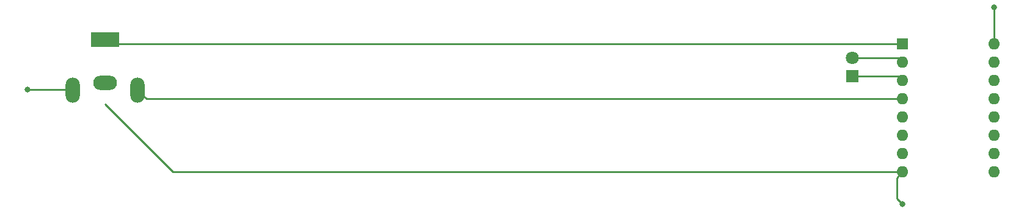
<source format=gbr>
G04 #@! TF.GenerationSoftware,KiCad,Pcbnew,(5.0.2)-1*
G04 #@! TF.CreationDate,2019-03-22T12:57:49+00:00*
G04 #@! TF.ProjectId,PCBStencil,50434253-7465-46e6-9369-6c2e6b696361,1.0*
G04 #@! TF.SameCoordinates,Original*
G04 #@! TF.FileFunction,Copper,L1,Top*
G04 #@! TF.FilePolarity,Positive*
%FSLAX46Y46*%
G04 Gerber Fmt 4.6, Leading zero omitted, Abs format (unit mm)*
G04 Created by KiCad (PCBNEW (5.0.2)-1) date 22/03/2019 12:57:49*
%MOMM*%
%LPD*%
G01*
G04 APERTURE LIST*
G04 #@! TA.AperFunction,ComponentPad*
%ADD10O,2.000000X3.500000*%
G04 #@! TD*
G04 #@! TA.AperFunction,ComponentPad*
%ADD11O,3.300000X2.000000*%
G04 #@! TD*
G04 #@! TA.AperFunction,ComponentPad*
%ADD12R,4.000000X2.000000*%
G04 #@! TD*
G04 #@! TA.AperFunction,ComponentPad*
%ADD13O,1.600000X1.600000*%
G04 #@! TD*
G04 #@! TA.AperFunction,ComponentPad*
%ADD14R,1.600000X1.600000*%
G04 #@! TD*
G04 #@! TA.AperFunction,ComponentPad*
%ADD15C,1.800000*%
G04 #@! TD*
G04 #@! TA.AperFunction,ComponentPad*
%ADD16R,1.800000X1.800000*%
G04 #@! TD*
G04 #@! TA.AperFunction,ViaPad*
%ADD17C,0.800000*%
G04 #@! TD*
G04 #@! TA.AperFunction,Conductor*
%ADD18C,0.250000*%
G04 #@! TD*
G04 APERTURE END LIST*
D10*
G04 #@! TO.P,REF\002A\002A,MP*
G04 #@! TO.N,N/C*
X97845000Y-114315000D03*
X88845000Y-114315000D03*
D11*
G04 #@! TO.P,REF\002A\002A,2*
X93345000Y-113315000D03*
D12*
G04 #@! TO.P,REF\002A\002A,1*
X93345000Y-107315000D03*
G04 #@! TD*
D13*
G04 #@! TO.P,REF\002A\002A,16*
G04 #@! TO.N,N/C*
X216535000Y-107950000D03*
G04 #@! TO.P,REF\002A\002A,8*
X203835000Y-125730000D03*
G04 #@! TO.P,REF\002A\002A,15*
X216535000Y-110490000D03*
G04 #@! TO.P,REF\002A\002A,7*
X203835000Y-123190000D03*
G04 #@! TO.P,REF\002A\002A,14*
X216535000Y-113030000D03*
G04 #@! TO.P,REF\002A\002A,6*
X203835000Y-120650000D03*
G04 #@! TO.P,REF\002A\002A,13*
X216535000Y-115570000D03*
G04 #@! TO.P,REF\002A\002A,5*
X203835000Y-118110000D03*
G04 #@! TO.P,REF\002A\002A,12*
X216535000Y-118110000D03*
G04 #@! TO.P,REF\002A\002A,4*
X203835000Y-115570000D03*
G04 #@! TO.P,REF\002A\002A,11*
X216535000Y-120650000D03*
G04 #@! TO.P,REF\002A\002A,3*
X203835000Y-113030000D03*
G04 #@! TO.P,REF\002A\002A,10*
X216535000Y-123190000D03*
G04 #@! TO.P,REF\002A\002A,2*
X203835000Y-110490000D03*
G04 #@! TO.P,REF\002A\002A,9*
X216535000Y-125730000D03*
D14*
G04 #@! TO.P,REF\002A\002A,1*
X203835000Y-107950000D03*
G04 #@! TD*
D15*
G04 #@! TO.P,REF\002A\002A,2*
G04 #@! TO.N,N/C*
X196850000Y-109855000D03*
D16*
G04 #@! TO.P,REF\002A\002A,1*
X196850000Y-112395000D03*
G04 #@! TD*
D17*
G04 #@! TO.N,*
X216535000Y-102870000D03*
X203835000Y-130175000D03*
X82550000Y-114300000D03*
G04 #@! TD*
D18*
G04 #@! TO.N,*
X93980000Y-107950000D02*
X93345000Y-107315000D01*
X203835000Y-107950000D02*
X93980000Y-107950000D01*
X99100000Y-115570000D02*
X97845000Y-114315000D01*
X203835000Y-115570000D02*
X99100000Y-115570000D01*
X102760000Y-125730000D02*
X93345000Y-116315000D01*
X203835000Y-125730000D02*
X102760000Y-125730000D01*
X216535000Y-107950000D02*
X216535000Y-102870000D01*
X203435001Y-129775001D02*
X203835000Y-130175000D01*
X203035001Y-129375001D02*
X203435001Y-129775001D01*
X203035001Y-126529999D02*
X203035001Y-129375001D01*
X203835000Y-125730000D02*
X203035001Y-126529999D01*
X88830000Y-114300000D02*
X88845000Y-114315000D01*
X82550000Y-114300000D02*
X88830000Y-114300000D01*
X203200000Y-112395000D02*
X203835000Y-113030000D01*
X196850000Y-112395000D02*
X203200000Y-112395000D01*
X203200000Y-109855000D02*
X203835000Y-110490000D01*
X196850000Y-109855000D02*
X203200000Y-109855000D01*
G04 #@! TD*
M02*

</source>
